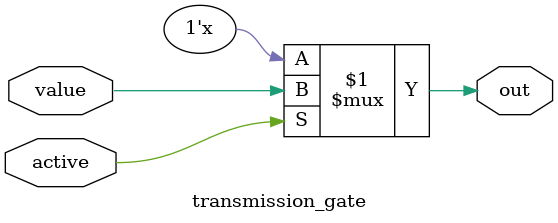
<source format=v>
module transmission_gate(input value, output out, input active);
    assign out = active ? value : 1'bz;
endmodule : transmission_gate

</source>
